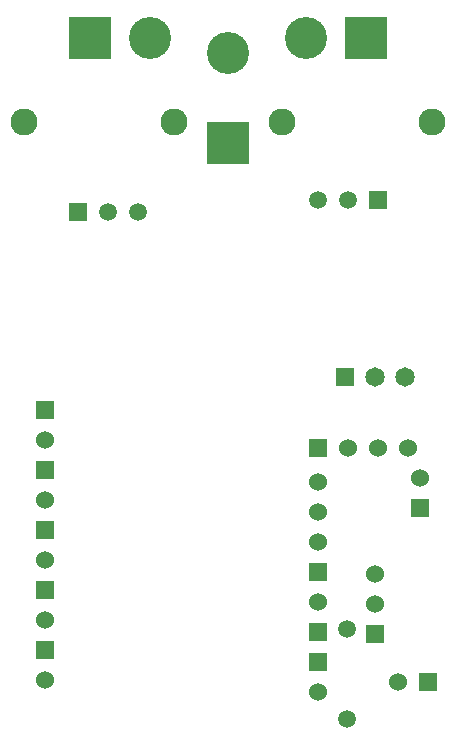
<source format=gbr>
%TF.GenerationSoftware,Altium Limited,Altium Designer,22.10.1 (41)*%
G04 Layer_Color=255*
%FSLAX26Y26*%
%MOIN*%
%TF.SameCoordinates,59CDB8F9-364B-4C5A-A8AF-F7A69B8E0267*%
%TF.FilePolarity,Positive*%
%TF.FileFunction,Pads,Bot*%
%TF.Part,Single*%
G01*
G75*
%TA.AperFunction,ComponentPad*%
%ADD18R,0.140000X0.140000*%
%ADD19C,0.140000*%
%ADD20R,0.140000X0.140000*%
%ADD21C,0.060000*%
%ADD22R,0.060000X0.060000*%
%ADD23R,0.060000X0.060000*%
%ADD24C,0.090000*%
%ADD25C,0.064961*%
%ADD26R,0.064961X0.064961*%
%ADD27C,0.059055*%
%ADD28R,0.059055X0.059055*%
D18*
X750000Y2040000D02*
D03*
D19*
Y2340000D02*
D03*
X490000Y2390000D02*
D03*
X1010000D02*
D03*
D20*
X290000D02*
D03*
X1210000D02*
D03*
D21*
X1050000Y910000D02*
D03*
Y710000D02*
D03*
Y810000D02*
D03*
X1250000Y1025000D02*
D03*
X1150000D02*
D03*
X1350000D02*
D03*
X1240000Y505000D02*
D03*
Y605000D02*
D03*
X1315000Y245000D02*
D03*
X1390000Y925000D02*
D03*
X140000Y1050000D02*
D03*
X1050000Y510000D02*
D03*
X140000Y650000D02*
D03*
Y250000D02*
D03*
X1050000Y210000D02*
D03*
X140000Y850000D02*
D03*
Y450000D02*
D03*
D22*
X1050000Y610000D02*
D03*
X1240000Y405000D02*
D03*
X1390000Y825000D02*
D03*
X140000Y1150000D02*
D03*
X1050000Y410000D02*
D03*
X140000Y750000D02*
D03*
Y350000D02*
D03*
X1050000Y310000D02*
D03*
X140000Y950000D02*
D03*
Y550000D02*
D03*
D23*
X1050000Y1025000D02*
D03*
X1415000Y245000D02*
D03*
D24*
X570000Y2110000D02*
D03*
X70000D02*
D03*
X930000D02*
D03*
X1430000D02*
D03*
D25*
X1340000Y1260000D02*
D03*
X1240000D02*
D03*
D26*
X1140000D02*
D03*
D27*
X450000Y1810000D02*
D03*
X350000D02*
D03*
X1145000Y420000D02*
D03*
Y120000D02*
D03*
X1150000Y1850000D02*
D03*
X1050000D02*
D03*
D28*
X250000Y1810000D02*
D03*
X1250000Y1850000D02*
D03*
%TF.MD5,4a2b2a1fb719a2999ffc69c60e412682*%
M02*

</source>
